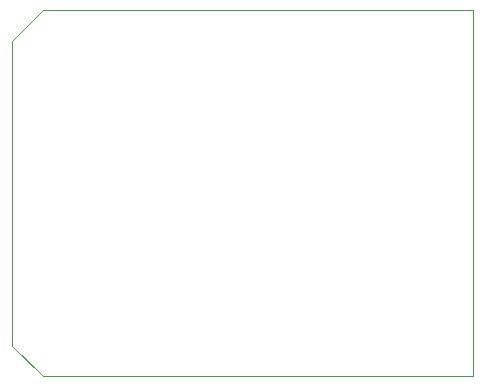
<source format=gm1>
%TF.GenerationSoftware,KiCad,Pcbnew,(6.0.1)*%
%TF.CreationDate,2022-02-16T12:37:22+01:00*%
%TF.ProjectId,rp2040,72703230-3430-42e6-9b69-6361645f7063,rev?*%
%TF.SameCoordinates,PX8917370PY699e930*%
%TF.FileFunction,Profile,NP*%
%FSLAX46Y46*%
G04 Gerber Fmt 4.6, Leading zero omitted, Abs format (unit mm)*
G04 Created by KiCad (PCBNEW (6.0.1)) date 2022-02-16 12:37:22*
%MOMM*%
%LPD*%
G01*
G04 APERTURE LIST*
%TA.AperFunction,Profile*%
%ADD10C,0.100000*%
%TD*%
G04 APERTURE END LIST*
D10*
X39150000Y2580000D02*
X39150000Y0D01*
X2750000Y0D02*
X32520000Y0D01*
X150000Y28400000D02*
X2750000Y31000000D01*
X39150000Y0D02*
X32520000Y0D01*
X2750000Y0D02*
X150000Y2600000D01*
X39150000Y2580000D02*
X39150000Y31000000D01*
X150000Y2600000D02*
X150000Y28400000D01*
X2750000Y31000000D02*
X39150000Y31000000D01*
M02*

</source>
